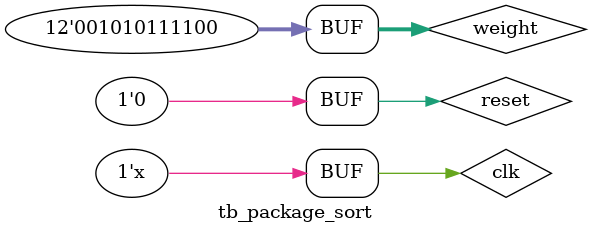
<source format=v>
module tb_package_sort;
reg clk;
reg reset;
reg [11:0] weight;
wire [7:0] Grp1;
wire [7:0] Grp2;
wire [7:0] Grp3;
wire [7:0] Grp4;
wire [7:0] Grp5;
wire [7:0] Grp6;
wire [2:0] currentGrp;

package_sort u1(
.clk(clk),
.reset(reset), 
.weight(weight),
.Grp1(Grp1),
.Grp2(Grp2), 
.Grp3(Grp3), 
.Grp4(Grp4), 
.Grp5(Grp5), 
.Grp6(Grp6),
.currentGrp(currentGrp)
);

initial begin
clk = 1;
reset = 1;
//weight1 = 0;

#3
reset = 0;//3

#2
weight = 12'd270;//5

#10 
weight = 0;//15

#10
weight = 12'd300;//25

#10
weight = 0;//35

#10
weight = 12'd501; //45

#10
weight = 12'd1013; //55

#10
weight =  12'd502;

#10
weight = 0;

#10
weight = 12'd200;

#10
weight = 12'd700;

end

 always
 #10 clk = ~clk;
endmodule

</source>
